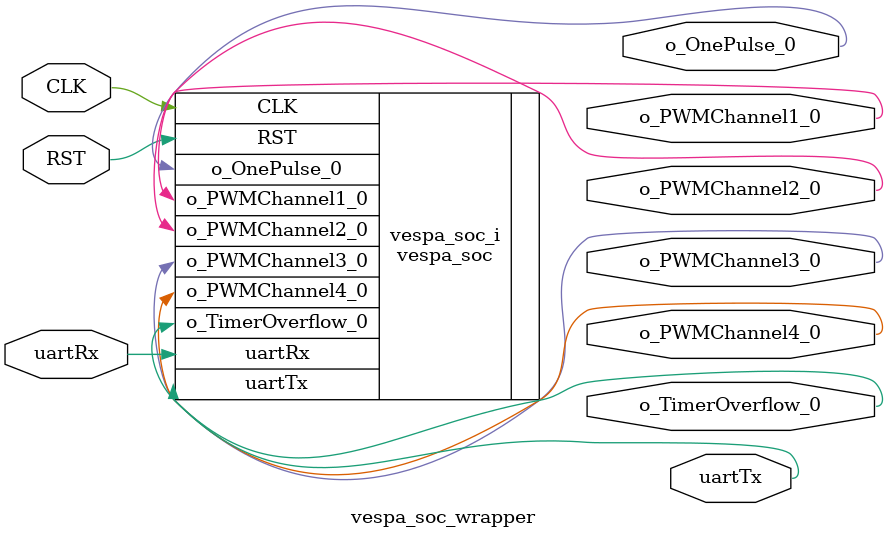
<source format=v>
`timescale 1 ps / 1 ps

module vespa_soc_wrapper
   (CLK,
    RST,
    o_OnePulse_0,
    o_PWMChannel1_0,
    o_PWMChannel2_0,
    o_PWMChannel3_0,
    o_PWMChannel4_0,
    o_TimerOverflow_0,
    uartRx,
    uartTx);
  input CLK;
  input RST;
  output o_OnePulse_0;
  output o_PWMChannel1_0;
  output o_PWMChannel2_0;
  output o_PWMChannel3_0;
  output o_PWMChannel4_0;
  output o_TimerOverflow_0;
  input uartRx;
  output uartTx;

  wire CLK;
  wire RST;
  wire o_OnePulse_0;
  wire o_PWMChannel1_0;
  wire o_PWMChannel2_0;
  wire o_PWMChannel3_0;
  wire o_PWMChannel4_0;
  wire o_TimerOverflow_0;
  wire uartRx;
  wire uartTx;

  vespa_soc vespa_soc_i
       (.CLK(CLK),
        .RST(RST),
        .o_OnePulse_0(o_OnePulse_0),
        .o_PWMChannel1_0(o_PWMChannel1_0),
        .o_PWMChannel2_0(o_PWMChannel2_0),
        .o_PWMChannel3_0(o_PWMChannel3_0),
        .o_PWMChannel4_0(o_PWMChannel4_0),
        .o_TimerOverflow_0(o_TimerOverflow_0),
        .uartRx(uartRx),
        .uartTx(uartTx));
endmodule

</source>
